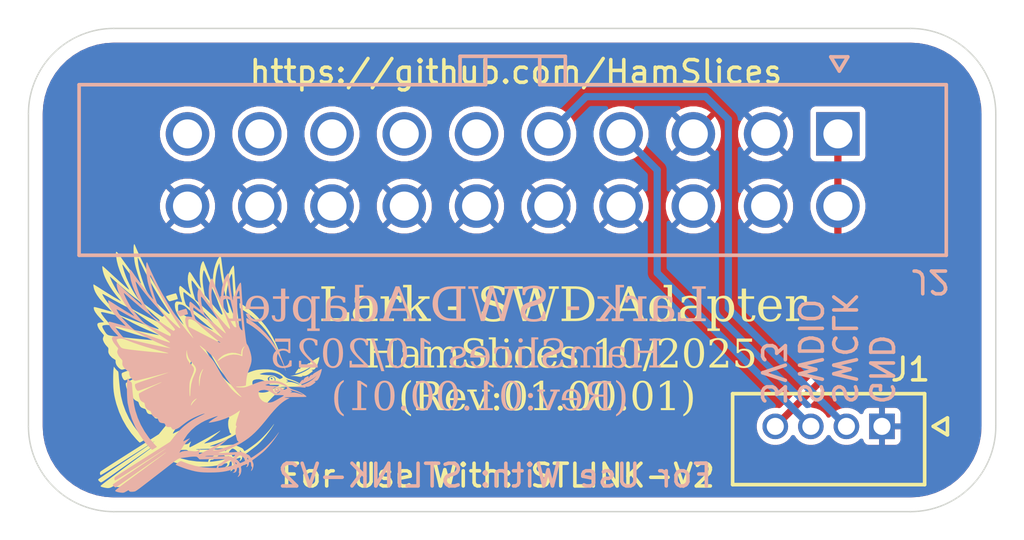
<source format=kicad_pcb>
(kicad_pcb (version 20241229) (generator "pcbnew") (generator_version "9.0")
  (title_block (title "STLink Adapter") (date "2025-10-18") (rev "01.00.01"))
  (layers (0 "F.Cu" signal) (2 "B.Cu" signal) (13 "F.Paste" user) (15 "B.Paste" user) (5 "F.SilkS" user "F.Silkscreen") (7 "B.SilkS" user "B.Silkscreen") (1 "F.Mask" user) (3 "B.Mask" user) (25 "Edge.Cuts" user))
  (net 0 "")
  (net 1 "+3.3V")
  (net 2 "/SWDIO")
  (net 3 "/SWCLK")
  (net 4 "GND")
  (footprint "Molex:0530470410" (layer "F.Cu") (at 155 107)
    (property "Reference" "J1" (at 1 -2 0) (layer "F.SilkS") (effects (font (size 0.8 0.8) (thickness 0.125))))
    (property "Value" "0530470410" (hide yes))
    (pad "1" thru_hole rect (at 0 0) (size 0.9 0.9) (drill 0.6) (layers "*.Cu") (net 4 "GND"))
    (pad "2" thru_hole circle (at -1.25 0) (size 0.9 0.9) (drill 0.6) (layers "*.Cu") (net 3 "/SWCLK"))
    (pad "3" thru_hole circle (at -2.5 0) (size 0.9 0.9) (drill 0.6) (layers "*.Cu") (net 2 "/SWDIO"))
    (pad "4" thru_hole circle (at -3.75 0) (size 0.9 0.9) (drill 0.6) (layers "*.Cu") (net 1 "+3.3V"))
  )
  (footprint "LOGO" (layer "F.Cu") (at 131.3 104.9)
    (property "Reference" "G***" (hide yes))
    (property "Value" "LOGO" (hide yes))
  )
  (footprint "Sullins Connector Solutions:SFH11-PBPC-D10-ST-BK" (layer "B.Cu") (at 142 98)
    (property "Reference" "J2" (at 14.7 3.9 180) (layer "B.SilkS") (effects (font (size 0.8 0.8) (thickness 0.125)) (justify mirror)))
    (property "Value" "SFH11-PBPC-D10-ST-BK" (hide yes))
    (pad "1" thru_hole rect (at 11.45 -1.29) (size 1.53 1.53) (drill 1.02) (layers "*.Cu" "*.Mask") (net 1 "+3.3V"))
    (pad "2" thru_hole circle (at 11.45 1.25) (size 1.53 1.53) (drill 1.02) (layers "*.Cu" "*.Mask") (net 1 "+3.3V"))
    (pad "3" thru_hole circle (at 8.91 -1.29) (size 1.53 1.53) (drill 1.02) (layers "*.Cu" "*.Mask") (net 4 "GND"))
    (pad "4" thru_hole circle (at 8.91 1.25) (size 1.53 1.53) (drill 1.02) (layers "*.Cu" "*.Mask") (net 4 "GND"))
    (pad "5" thru_hole circle (at 6.37 -1.29) (size 1.53 1.53) (drill 1.02) (layers "*.Cu" "*.Mask") (net 4 "GND"))
    (pad "6" thru_hole circle (at 6.37 1.25) (size 1.53 1.53) (drill 1.02) (layers "*.Cu" "*.Mask") (net 4 "GND"))
    (pad "7" thru_hole circle (at 3.83 -1.29) (size 1.53 1.53) (drill 1.02) (layers "*.Cu" "*.Mask") (net 2 "/SWDIO"))
    (pad "8" thru_hole circle (at 3.83 1.25) (size 1.53 1.53) (drill 1.02) (layers "*.Cu" "*.Mask") (net 4 "GND"))
    (pad "9" thru_hole circle (at 1.29 -1.29) (size 1.53 1.53) (drill 1.02) (layers "*.Cu" "*.Mask") (net 3 "/SWCLK"))
    (pad "10" thru_hole circle (at 1.29 1.25) (size 1.53 1.53) (drill 1.02) (layers "*.Cu" "*.Mask") (net 4 "GND"))
    (pad "11" thru_hole circle (at -1.25 -1.29) (size 1.53 1.53) (drill 1.02) (layers "*.Cu" "*.Mask"))
    (pad "12" thru_hole circle (at -1.25 1.25) (size 1.53 1.53) (drill 1.02) (layers "*.Cu" "*.Mask") (net 4 "GND"))
    (pad "13" thru_hole circle (at -3.79 -1.29) (size 1.53 1.53) (drill 1.02) (layers "*.Cu" "*.Mask"))
    (pad "14" thru_hole circle (at -3.79 1.25) (size 1.53 1.53) (drill 1.02) (layers "*.Cu" "*.Mask") (net 4 "GND"))
    (pad "15" thru_hole circle (at -6.33 -1.29) (size 1.53 1.53) (drill 1.02) (layers "*.Cu" "*.Mask"))
    (pad "16" thru_hole circle (at -6.33 1.25) (size 1.53 1.53) (drill 1.02) (layers "*.Cu" "*.Mask") (net 4 "GND"))
    (pad "17" thru_hole circle (at -8.87 -1.29) (size 1.53 1.53) (drill 1.02) (layers "*.Cu" "*.Mask"))
    (pad "18" thru_hole circle (at -8.87 1.25) (size 1.53 1.53) (drill 1.02) (layers "*.Cu" "*.Mask") (net 4 "GND"))
    (pad "19" thru_hole circle (at -11.41 -1.29) (size 1.53 1.53) (drill 1.02) (layers "*.Cu" "*.Mask"))
    (pad "20" thru_hole circle (at -11.41 1.25) (size 1.53 1.53) (drill 1.02) (layers "*.Cu" "*.Mask") (net 4 "GND"))
  )
  (footprint "LOGO" (layer "B.Cu") (at 131.6 105.3 180)
    (property "Reference" "G***" (hide yes))
    (property "Value" "LOGO" (hide yes))
  )
  (gr_line (start 159 107) (end 159 96) (stroke (width 0.05)) (layer "Edge.Cuts"))
  (gr_arc (start 125 96) (mid 125.87868 93.87868) (end 128 93) (stroke (width 0.05)) (layer "Edge.Cuts"))
  (gr_arc (start 128 110) (mid 125.87868 109.12132) (end 125 107) (stroke (width 0.05)) (layer "Edge.Cuts"))
  (gr_line (start 125 96) (end 125 107) (stroke (width 0.05)) (layer "Edge.Cuts"))
  (gr_arc (start 156 93) (mid 158.12132 93.87868) (end 159 96) (stroke (width 0.05)) (layer "Edge.Cuts"))
  (gr_line (start 156 93) (end 128 93) (stroke (width 0.05)) (layer "Edge.Cuts"))
  (gr_arc (start 159 107) (mid 158.12132 109.12132) (end 156 110) (stroke (width 0.05)) (layer "Edge.Cuts"))
  (gr_line (start 128 110) (end 156 110) (stroke (width 0.05)) (layer "Edge.Cuts"))
  (gr_text "HamSlices 10/2025" (at 136.8 105.1 0) (layer "F.SilkS") (effects (font (size 1 1) (thickness 0.1)) (justify left bottom)))
  (gr_text "https://github.com/HamSlices" (at 132.7 95 0) (layer "F.SilkS") (effects (font (size 0.8 0.8) (thickness 0.125)) (justify left bottom)))
  (gr_text "(Rev:${REVISION})" (at 138 106.6 0) (layer "F.SilkS") (effects (font (size 1 1) (thickness 0.1)) (justify left bottom)))
  (gr_text "Lark - SWD Adapter" (at 135.2 103.5 0) (layer "F.SilkS") (effects (font (size 1.2 1.2) (thickness 0.125)) (justify left bottom)))
  (gr_text "For Use With: STLINK-V2" (at 133.8 109.2 0) (layer "F.SilkS") (effects (font (size 0.8 0.8) (thickness 0.125)) (justify left bottom)))
  (gr_text "For Use With: STLINK-V2" (at 149.1 109.2 -0) (layer "B.SilkS") (effects (font (size 0.8 0.8) (thickness 0.125)) (justify left bottom mirror)))
  (gr_text "HamSlices 10/2025" (at 147.3 105.1 -0) (layer "B.SilkS") (effects (font (size 1 1) (thickness 0.1)) (justify left bottom mirror)))
  (gr_text "SWCLK" (at 153.2 106.3 270) (layer "B.SilkS") (effects (font (size 0.8 0.8) (thickness 0.125)) (justify left bottom mirror)))
  (gr_text "SWDIO" (at 152 106.3 270) (layer "B.SilkS") (effects (font (size 0.8 0.8) (thickness 0.125)) (justify left bottom mirror)))
  (gr_text "Lark - SWD Adapter" (at 148.9 103.5 0) (layer "B.SilkS") (effects (font (size 1.2 1.2) (thickness 0.125)) (justify left bottom mirror)))
  (gr_text "(Rev:${REVISION})" (at 146.1 106.6 -0) (layer "B.SilkS") (effects (font (size 1 1) (thickness 0.1)) (justify left bottom mirror)))
  (gr_text "GND" (at 154.5 106.3 270) (layer "B.SilkS") (effects (font (size 0.8 0.8) (thickness 0.125)) (justify left bottom mirror)))
  (gr_text "3V3" (at 150.7 106.3 270) (layer "B.SilkS") (effects (font (size 0.8 0.8) (thickness 0.125)) (justify left bottom mirror)))
  (segment (start 153.45 99.25) (end 153.45 104.8) (width 0.254) (layer "F.Cu") (net 1))
  (segment (start 153.45 104.8) (end 151.25 107) (width 0.254) (layer "F.Cu") (net 1))
  (segment (start 153.45 96.71) (end 153.45 99.25) (width 0.254) (layer "F.Cu") (net 1))
  (segment (start 147.1 97.98) (end 147.1 101.6) (width 0.254) (layer "B.Cu") (net 2))
  (segment (start 147.1 101.6) (end 152.5 107) (width 0.254) (layer "B.Cu") (net 2))
  (segment (start 145.83 96.71) (end 147.1 97.98) (width 0.254) (layer "B.Cu") (net 2))
  (segment (start 148.8 95.4) (end 149.6 96.2) (width 0.254) (layer "B.Cu") (net 3))
  (segment (start 149.6 96.2) (end 149.6 102.85) (width 0.254) (layer "B.Cu") (net 3))
  (segment (start 149.6 102.85) (end 153.75 107) (width 0.254) (layer "B.Cu") (net 3))
  (segment (start 143.29 96.71) (end 144.6 95.4) (width 0.254) (layer "B.Cu") (net 3))
  (segment (start 144.6 95.4) (end 148.8 95.4) (width 0.254) (layer "B.Cu") (net 3))
  (zone (net 4) (net_name "GND") (layers "F.Cu" "B.Cu") (connect_pads (clearance 0.2032)) (min_thickness 0.1524) (fill yes (thermal_gap 0.2032) (thermal_bridge_width 0.2032))
    (polygon (pts (xy 124 92) (xy 160 92) (xy 160 111) (xy 124 111)))
  )
)
</source>
